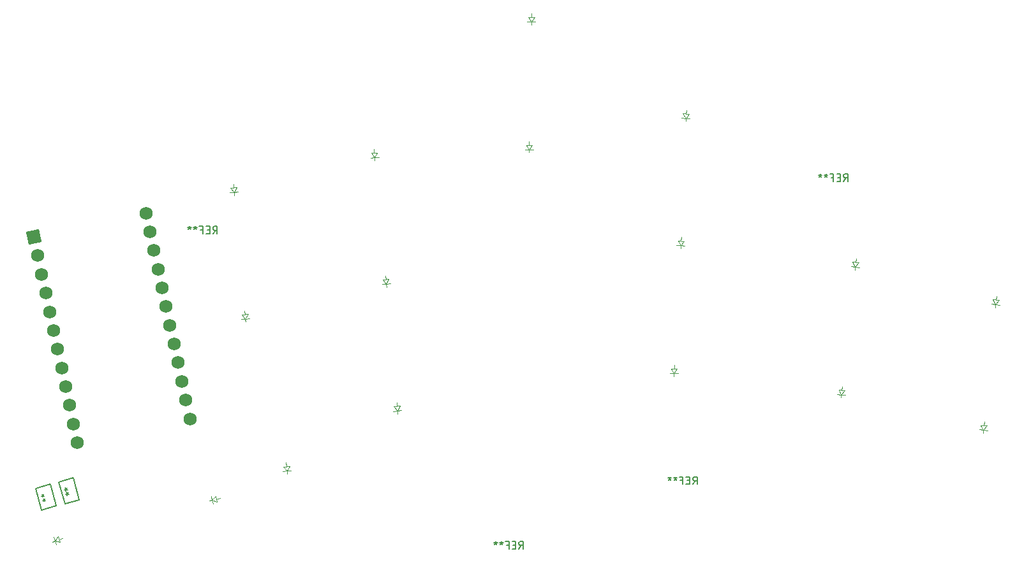
<source format=gbr>
%TF.GenerationSoftware,KiCad,Pcbnew,(6.0.7-1)-1*%
%TF.CreationDate,2022-09-15T11:19:35-04:00*%
%TF.ProjectId,skyline_pcb_right,736b796c-696e-4655-9f70-63625f726967,v1.0.0*%
%TF.SameCoordinates,Original*%
%TF.FileFunction,Legend,Bot*%
%TF.FilePolarity,Positive*%
%FSLAX46Y46*%
G04 Gerber Fmt 4.6, Leading zero omitted, Abs format (unit mm)*
G04 Created by KiCad (PCBNEW (6.0.7-1)-1) date 2022-09-15 11:19:35*
%MOMM*%
%LPD*%
G01*
G04 APERTURE LIST*
G04 Aperture macros list*
%AMRotRect*
0 Rectangle, with rotation*
0 The origin of the aperture is its center*
0 $1 length*
0 $2 width*
0 $3 Rotation angle, in degrees counterclockwise*
0 Add horizontal line*
21,1,$1,$2,0,0,$3*%
G04 Aperture macros list end*
%ADD10C,0.150000*%
%ADD11C,0.100000*%
%ADD12RotRect,1.752600X1.752600X282.000000*%
%ADD13C,1.752600*%
G04 APERTURE END LIST*
D10*
%TO.C,\u002A\u002A*%
X158645371Y-160651904D02*
X158831856Y-160600187D01*
X158705545Y-160434388D02*
X158831856Y-160600187D01*
X158808979Y-160807359D01*
X158950014Y-160446922D02*
X158831856Y-160600187D01*
X159012075Y-160670705D01*
X158810865Y-161248657D02*
X158997351Y-161196940D01*
X158871039Y-161031142D02*
X158997351Y-161196940D01*
X158974473Y-161404113D01*
X159115509Y-161043675D02*
X158997351Y-161196940D01*
X159177569Y-161267458D01*
X155573728Y-161483807D02*
X155760213Y-161432090D01*
X155633902Y-161266291D02*
X155760213Y-161432090D01*
X155737336Y-161639262D01*
X155878371Y-161278825D02*
X155760213Y-161432090D01*
X155940432Y-161502608D01*
X155739222Y-162080560D02*
X155925708Y-162028843D01*
X155799396Y-161863045D02*
X155925708Y-162028843D01*
X155902830Y-162236016D01*
X156043866Y-161875578D02*
X155925708Y-162028843D01*
X156105926Y-162099361D01*
%TO.C,REF\u002A\u002A*%
X242015836Y-159955821D02*
X242349169Y-159479631D01*
X242587264Y-159955821D02*
X242587264Y-158955821D01*
X242206312Y-158955821D01*
X242111074Y-159003441D01*
X242063455Y-159051060D01*
X242015836Y-159146298D01*
X242015836Y-159289155D01*
X242063455Y-159384393D01*
X242111074Y-159432012D01*
X242206312Y-159479631D01*
X242587264Y-159479631D01*
X241587264Y-159432012D02*
X241253931Y-159432012D01*
X241111074Y-159955821D02*
X241587264Y-159955821D01*
X241587264Y-158955821D01*
X241111074Y-158955821D01*
X240349169Y-159432012D02*
X240682503Y-159432012D01*
X240682503Y-159955821D02*
X240682503Y-158955821D01*
X240206312Y-158955821D01*
X239682503Y-158955821D02*
X239682503Y-159193917D01*
X239920598Y-159098679D02*
X239682503Y-159193917D01*
X239444407Y-159098679D01*
X239825360Y-159384393D02*
X239682503Y-159193917D01*
X239539645Y-159384393D01*
X238920598Y-158955821D02*
X238920598Y-159193917D01*
X239158693Y-159098679D02*
X238920598Y-159193917D01*
X238682503Y-159098679D01*
X239063455Y-159384393D02*
X238920598Y-159193917D01*
X238777741Y-159384393D01*
X218915836Y-168555821D02*
X219249169Y-168079631D01*
X219487264Y-168555821D02*
X219487264Y-167555821D01*
X219106312Y-167555821D01*
X219011074Y-167603441D01*
X218963455Y-167651060D01*
X218915836Y-167746298D01*
X218915836Y-167889155D01*
X218963455Y-167984393D01*
X219011074Y-168032012D01*
X219106312Y-168079631D01*
X219487264Y-168079631D01*
X218487264Y-168032012D02*
X218153931Y-168032012D01*
X218011074Y-168555821D02*
X218487264Y-168555821D01*
X218487264Y-167555821D01*
X218011074Y-167555821D01*
X217249169Y-168032012D02*
X217582503Y-168032012D01*
X217582503Y-168555821D02*
X217582503Y-167555821D01*
X217106312Y-167555821D01*
X216582503Y-167555821D02*
X216582503Y-167793917D01*
X216820598Y-167698679D02*
X216582503Y-167793917D01*
X216344407Y-167698679D01*
X216725360Y-167984393D02*
X216582503Y-167793917D01*
X216439645Y-167984393D01*
X215820598Y-167555821D02*
X215820598Y-167793917D01*
X216058693Y-167698679D02*
X215820598Y-167793917D01*
X215582503Y-167698679D01*
X215963455Y-167984393D02*
X215820598Y-167793917D01*
X215677741Y-167984393D01*
X262005836Y-119695821D02*
X262339169Y-119219631D01*
X262577264Y-119695821D02*
X262577264Y-118695821D01*
X262196312Y-118695821D01*
X262101074Y-118743441D01*
X262053455Y-118791060D01*
X262005836Y-118886298D01*
X262005836Y-119029155D01*
X262053455Y-119124393D01*
X262101074Y-119172012D01*
X262196312Y-119219631D01*
X262577264Y-119219631D01*
X261577264Y-119172012D02*
X261243931Y-119172012D01*
X261101074Y-119695821D02*
X261577264Y-119695821D01*
X261577264Y-118695821D01*
X261101074Y-118695821D01*
X260339169Y-119172012D02*
X260672503Y-119172012D01*
X260672503Y-119695821D02*
X260672503Y-118695821D01*
X260196312Y-118695821D01*
X259672503Y-118695821D02*
X259672503Y-118933917D01*
X259910598Y-118838679D02*
X259672503Y-118933917D01*
X259434407Y-118838679D01*
X259815360Y-119124393D02*
X259672503Y-118933917D01*
X259529645Y-119124393D01*
X258910598Y-118695821D02*
X258910598Y-118933917D01*
X259148693Y-118838679D02*
X258910598Y-118933917D01*
X258672503Y-118838679D01*
X259053455Y-119124393D02*
X258910598Y-118933917D01*
X258767741Y-119124393D01*
X178315836Y-126655821D02*
X178649169Y-126179631D01*
X178887264Y-126655821D02*
X178887264Y-125655821D01*
X178506312Y-125655821D01*
X178411074Y-125703441D01*
X178363455Y-125751060D01*
X178315836Y-125846298D01*
X178315836Y-125989155D01*
X178363455Y-126084393D01*
X178411074Y-126132012D01*
X178506312Y-126179631D01*
X178887264Y-126179631D01*
X177887264Y-126132012D02*
X177553931Y-126132012D01*
X177411074Y-126655821D02*
X177887264Y-126655821D01*
X177887264Y-125655821D01*
X177411074Y-125655821D01*
X176649169Y-126132012D02*
X176982503Y-126132012D01*
X176982503Y-126655821D02*
X176982503Y-125655821D01*
X176506312Y-125655821D01*
X175982503Y-125655821D02*
X175982503Y-125893917D01*
X176220598Y-125798679D02*
X175982503Y-125893917D01*
X175744407Y-125798679D01*
X176125360Y-126084393D02*
X175982503Y-125893917D01*
X175839645Y-126084393D01*
X175220598Y-125655821D02*
X175220598Y-125893917D01*
X175458693Y-125798679D02*
X175220598Y-125893917D01*
X174982503Y-125798679D01*
X175363455Y-126084393D02*
X175220598Y-125893917D01*
X175077741Y-126084393D01*
D11*
%TO.C,D14*%
X181151926Y-121522025D02*
X181117064Y-121123547D01*
X181463248Y-120490968D02*
X181117064Y-121123547D01*
X181064770Y-120525830D02*
X181021192Y-120027733D01*
X181117064Y-121123547D02*
X180666292Y-120560693D01*
X181117064Y-121123547D02*
X181664971Y-121075611D01*
X181117064Y-121123547D02*
X180569156Y-121171483D01*
X180666292Y-120560693D02*
X181463248Y-120490968D01*
D10*
%TO.C,\u002A\u002A*%
X158655453Y-162527046D02*
X157853738Y-159636155D01*
X159780999Y-159101678D02*
X160582714Y-161992569D01*
X157853738Y-159636155D02*
X159780999Y-159101678D01*
X160582714Y-161992569D02*
X158655453Y-162527046D01*
D11*
%TO.C,D1*%
X280545139Y-152722925D02*
X280210047Y-152084400D01*
X280545139Y-152722925D02*
X279998152Y-152665434D01*
X280545139Y-152722925D02*
X281092126Y-152780415D01*
X281005665Y-152168023D02*
X280545139Y-152722925D01*
X280607856Y-152126212D02*
X280660120Y-151628951D01*
X280503328Y-153120733D02*
X280545139Y-152722925D01*
X280210047Y-152084400D02*
X281005665Y-152168023D01*
%TO.C,D16*%
X177808299Y-162120478D02*
X178199558Y-162037313D01*
X178199558Y-162037313D02*
X178703282Y-161521307D01*
X178786447Y-161912566D02*
X179275521Y-161808610D01*
X178703282Y-161521307D02*
X178869612Y-162303825D01*
X178199558Y-162037313D02*
X178085207Y-161499332D01*
X178869612Y-162303825D02*
X178199558Y-162037313D01*
X178199558Y-162037313D02*
X178313910Y-162575294D01*
%TO.C,D12*%
X199312118Y-115926805D02*
X200109074Y-115857080D01*
X199710596Y-115891942D02*
X199667018Y-115393845D01*
X200109074Y-115857080D02*
X199762890Y-116489659D01*
X199762890Y-116489659D02*
X200310797Y-116441723D01*
X199762890Y-116489659D02*
X199312118Y-115926805D01*
X199762890Y-116489659D02*
X199214982Y-116537595D01*
X199797752Y-116888137D02*
X199762890Y-116489659D01*
%TO.C,D8*%
X220271806Y-115438220D02*
X219871806Y-114838220D01*
X220271806Y-114838220D02*
X220271806Y-114338220D01*
X220271806Y-115838220D02*
X220271806Y-115438220D01*
X220271806Y-115438220D02*
X219721806Y-115438220D01*
X220671806Y-114838220D02*
X220271806Y-115438220D01*
X220271806Y-115438220D02*
X220821806Y-115438220D01*
X219871806Y-114838220D02*
X220671806Y-114838220D01*
%TO.C,D7*%
X241042519Y-111686127D02*
X241063453Y-111286675D01*
X240695403Y-110666563D02*
X241494307Y-110708432D01*
X241494307Y-110708432D02*
X241063453Y-111286675D01*
X241063453Y-111286675D02*
X241612700Y-111315460D01*
X241094855Y-110687498D02*
X241121023Y-110188183D01*
X241063453Y-111286675D02*
X240695403Y-110666563D01*
X241063453Y-111286675D02*
X240514207Y-111257891D01*
%TO.C,D17*%
X157912153Y-167255017D02*
X158384912Y-167092233D01*
X158042380Y-167633224D02*
X157344841Y-167450358D01*
X157344841Y-167450358D02*
X157781925Y-166876810D01*
X157344841Y-167450358D02*
X157523904Y-167970393D01*
X156966634Y-167580585D02*
X157344841Y-167450358D01*
X157344841Y-167450358D02*
X157165779Y-166930323D01*
X157781925Y-166876810D02*
X158042380Y-167633224D01*
%TO.C,D11*%
X201318063Y-133313106D02*
X201865970Y-133265170D01*
X201265769Y-132715389D02*
X201222191Y-132217292D01*
X201318063Y-133313106D02*
X200867291Y-132750252D01*
X201664247Y-132680527D02*
X201318063Y-133313106D01*
X201352925Y-133711584D02*
X201318063Y-133313106D01*
X200867291Y-132750252D02*
X201664247Y-132680527D01*
X201318063Y-133313106D02*
X200770155Y-133361042D01*
%TO.C,D4*%
X263529291Y-131036555D02*
X263194199Y-130398030D01*
X263592008Y-130439842D02*
X263644272Y-129942581D01*
X263194199Y-130398030D02*
X263989817Y-130481653D01*
X263487480Y-131434363D02*
X263529291Y-131036555D01*
X263529291Y-131036555D02*
X262982304Y-130979064D01*
X263529291Y-131036555D02*
X264076278Y-131094045D01*
X263989817Y-130481653D02*
X263529291Y-131036555D01*
%TO.C,D6*%
X240823553Y-127626337D02*
X240392699Y-128204580D01*
X240392699Y-128204580D02*
X240024649Y-127584468D01*
X240392699Y-128204580D02*
X239843453Y-128175796D01*
X240424101Y-127605403D02*
X240450269Y-127106088D01*
X240392699Y-128204580D02*
X240941946Y-128233365D01*
X240371765Y-128604032D02*
X240392699Y-128204580D01*
X240024649Y-127584468D02*
X240823553Y-127626337D01*
%TO.C,D15*%
X188468900Y-157531491D02*
X188122716Y-158164070D01*
X188070422Y-157566353D02*
X188026844Y-157068256D01*
X188122716Y-158164070D02*
X187671944Y-157601216D01*
X188122716Y-158164070D02*
X187574808Y-158212006D01*
X188157578Y-158562548D02*
X188122716Y-158164070D01*
X188122716Y-158164070D02*
X188670623Y-158116134D01*
X187671944Y-157601216D02*
X188468900Y-157531491D01*
%TO.C,D2*%
X282161345Y-136029946D02*
X281614358Y-135972455D01*
X282119534Y-136427754D02*
X282161345Y-136029946D01*
X282621871Y-135475044D02*
X282161345Y-136029946D01*
X282224062Y-135433233D02*
X282276326Y-134935972D01*
X282161345Y-136029946D02*
X282708332Y-136087436D01*
X282161345Y-136029946D02*
X281826253Y-135391421D01*
X281826253Y-135391421D02*
X282621871Y-135475044D01*
%TO.C,D9*%
X220586513Y-98468303D02*
X220036513Y-98468303D01*
X220586513Y-97868303D02*
X220586513Y-97368303D01*
X220986513Y-97868303D02*
X220586513Y-98468303D01*
X220186513Y-97868303D02*
X220986513Y-97868303D01*
X220586513Y-98868303D02*
X220586513Y-98468303D01*
X220586513Y-98468303D02*
X221136513Y-98468303D01*
X220586513Y-98468303D02*
X220186513Y-97868303D01*
%TO.C,D3*%
X261647690Y-148425456D02*
X261689501Y-148027648D01*
X261689501Y-148027648D02*
X261354409Y-147389123D01*
X261752218Y-147430935D02*
X261804482Y-146933674D01*
X261689501Y-148027648D02*
X261142514Y-147970157D01*
X261689501Y-148027648D02*
X262236488Y-148085138D01*
X262150027Y-147472746D02*
X261689501Y-148027648D01*
X261354409Y-147389123D02*
X262150027Y-147472746D01*
%TO.C,D13*%
X182607629Y-137966924D02*
X182059721Y-138014860D01*
X182953813Y-137334345D02*
X182607629Y-137966924D01*
X182555335Y-137369207D02*
X182511757Y-136871110D01*
X182607629Y-137966924D02*
X182156857Y-137404070D01*
X182607629Y-137966924D02*
X183155536Y-137918988D01*
X182642491Y-138365402D02*
X182607629Y-137966924D01*
X182156857Y-137404070D02*
X182953813Y-137334345D01*
%TO.C,D5*%
X239498361Y-145197012D02*
X240047608Y-145225797D01*
X239498361Y-145197012D02*
X238949115Y-145168228D01*
X239929215Y-144618769D02*
X239498361Y-145197012D01*
X239529763Y-144597835D02*
X239555931Y-144098520D01*
X239477427Y-145596464D02*
X239498361Y-145197012D01*
X239130311Y-144576900D02*
X239929215Y-144618769D01*
X239498361Y-145197012D02*
X239130311Y-144576900D01*
D10*
%TO.C,\u002A\u002A*%
X157511071Y-162824472D02*
X155583810Y-163358949D01*
X154782095Y-160468058D02*
X156709356Y-159933581D01*
X155583810Y-163358949D02*
X154782095Y-160468058D01*
X156709356Y-159933581D02*
X157511071Y-162824472D01*
D11*
%TO.C,D10*%
X202826368Y-150572252D02*
X202791506Y-150173774D01*
X203137690Y-149541195D02*
X202791506Y-150173774D01*
X202739212Y-149576057D02*
X202695634Y-149077960D01*
X202791506Y-150173774D02*
X203339413Y-150125838D01*
X202791506Y-150173774D02*
X202243598Y-150221710D01*
X202791506Y-150173774D02*
X202340734Y-149610920D01*
X202340734Y-149610920D02*
X203137690Y-149541195D01*
%TD*%
D12*
%TO.C,MCU1*%
X154536500Y-127077567D03*
D13*
X155064596Y-129562062D03*
X155592691Y-132046557D03*
X156120787Y-134531052D03*
X156648883Y-137015547D03*
X157176978Y-139500042D03*
X157705074Y-141984537D03*
X158233170Y-144469031D03*
X158761266Y-146953526D03*
X159289361Y-149438021D03*
X159817457Y-151922516D03*
X160345553Y-154407011D03*
X169443469Y-123908993D03*
X169971565Y-126393488D03*
X170499661Y-128877983D03*
X171027756Y-131362478D03*
X171555852Y-133846973D03*
X172083948Y-136331467D03*
X172612044Y-138815962D03*
X173140139Y-141300457D03*
X173668235Y-143784952D03*
X174196331Y-146269447D03*
X174724426Y-148753942D03*
X175252522Y-151238437D03*
%TD*%
M02*

</source>
